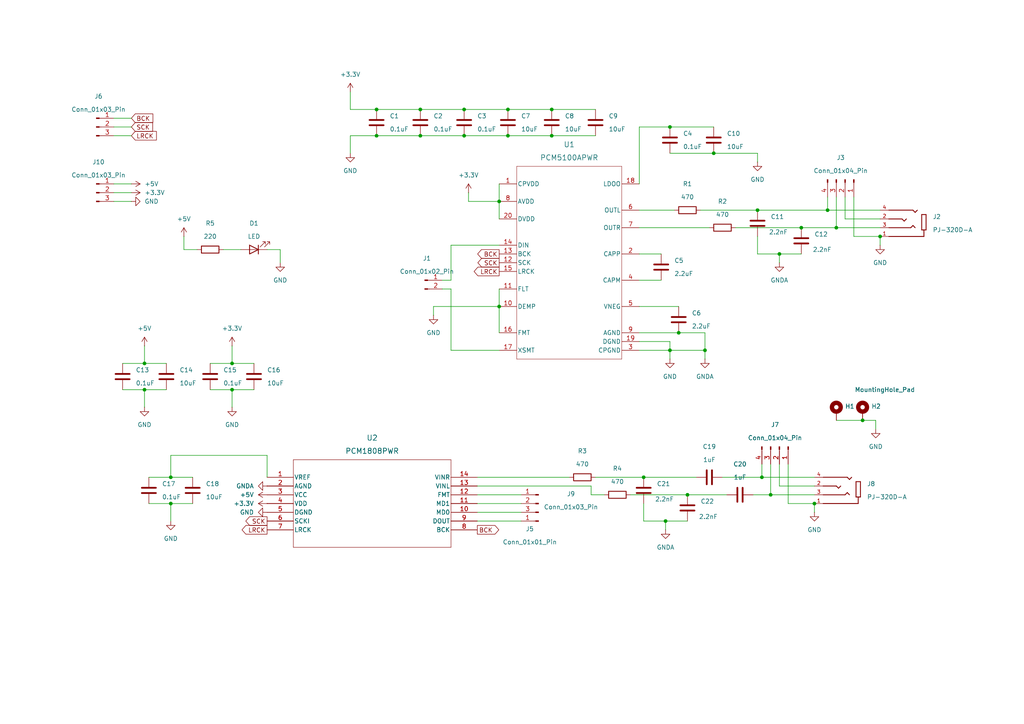
<source format=kicad_sch>
(kicad_sch (version 20231120) (generator "eeschema") (generator_version "8.0")
  (paper "A4")
  (lib_symbols
    (symbol "Connector:Conn_01x01_Pin" (pin_names (offset 1.016) hide)
      (property "Reference" "J" (at 0 2.54 0))
      (property "Value" "Conn_01x01_Pin" (at 0 -2.54 0))
      (symbol "Conn_01x01_Pin_1_1"
        (polyline (pts (xy 1.27 0) (xy 0.8636 0)) (stroke (width 0.1524)))
        (rectangle (start 0.8636 0.127) (end 0 -0.127) (stroke (width 0.1524)) (fill (type outline)))
        (pin passive line (at 5.08 0 180) (length 3.81) (name "Pin_1") (number "1"))
      )
    )
    (symbol "Connector:Conn_01x02_Pin" (pin_names (offset 1.016) hide)
      (property "Reference" "J" (at 0 2.54 0))
      (property "Value" "Conn_01x02_Pin" (at 0 -5.08 0))
      (symbol "Conn_01x02_Pin_1_1"
        (polyline (pts (xy 1.27 -2.54) (xy 0.8636 -2.54)) (stroke (width 0.1524)))
        (polyline (pts (xy 1.27 0) (xy 0.8636 0)) (stroke (width 0.1524)))
        (rectangle (start 0.8636 -2.413) (end 0 -2.667) (stroke (width 0.1524)) (fill (type outline)))
        (rectangle (start 0.8636 0.127) (end 0 -0.127) (stroke (width 0.1524)) (fill (type outline)))
        (pin passive line (at 5.08 0 180) (length 3.81) (name "Pin_1") (number "1"))
        (pin passive line (at 5.08 -2.54 180) (length 3.81) (name "Pin_2") (number "2"))
      )
    )
    (symbol "Connector:Conn_01x03_Pin" (pin_names (offset 1.016) hide)
      (property "Reference" "J" (at 0 5.08 0))
      (property "Value" "Conn_01x03_Pin" (at 0 -5.08 0))
      (symbol "Conn_01x03_Pin_1_1"
        (polyline (pts (xy 1.27 -2.54) (xy 0.8636 -2.54)) (stroke (width 0.1524)))
        (polyline (pts (xy 1.27 0) (xy 0.8636 0)) (stroke (width 0.1524)))
        (polyline (pts (xy 1.27 2.54) (xy 0.8636 2.54)) (stroke (width 0.1524)))
        (rectangle (start 0.8636 -2.413) (end 0 -2.667) (stroke (width 0.1524)) (fill (type outline)))
        (rectangle (start 0.8636 0.127) (end 0 -0.127) (stroke (width 0.1524)) (fill (type outline)))
        (rectangle (start 0.8636 2.667) (end 0 2.413) (stroke (width 0.1524)) (fill (type outline)))
        (pin passive line (at 5.08 2.54 180) (length 3.81) (name "Pin_1") (number "1"))
        (pin passive line (at 5.08 0 180) (length 3.81) (name "Pin_2") (number "2"))
        (pin passive line (at 5.08 -2.54 180) (length 3.81) (name "Pin_3") (number "3"))
      )
    )
    (symbol "Connector:Conn_01x04_Pin" (pin_names (offset 1.016) hide)
      (property "Reference" "J" (at 0 5.08 0))
      (property "Value" "Conn_01x04_Pin" (at 0 -7.62 0))
      (symbol "Conn_01x04_Pin_1_1"
        (polyline (pts (xy 1.27 -5.08) (xy 0.8636 -5.08)) (stroke (width 0.1524)))
        (polyline (pts (xy 1.27 -2.54) (xy 0.8636 -2.54)) (stroke (width 0.1524)))
        (polyline (pts (xy 1.27 0) (xy 0.8636 0)) (stroke (width 0.1524)))
        (polyline (pts (xy 1.27 2.54) (xy 0.8636 2.54)) (stroke (width 0.1524)))
        (rectangle (start 0.8636 -4.953) (end 0 -5.207) (stroke (width 0.1524)) (fill (type outline)))
        (rectangle (start 0.8636 -2.413) (end 0 -2.667) (stroke (width 0.1524)) (fill (type outline)))
        (rectangle (start 0.8636 0.127) (end 0 -0.127) (stroke (width 0.1524)) (fill (type outline)))
        (rectangle (start 0.8636 2.667) (end 0 2.413) (stroke (width 0.1524)) (fill (type outline)))
        (pin passive line (at 5.08 2.54 180) (length 3.81) (name "Pin_1") (number "1"))
        (pin passive line (at 5.08 0 180) (length 3.81) (name "Pin_2") (number "2"))
        (pin passive line (at 5.08 -2.54 180) (length 3.81) (name "Pin_3") (number "3"))
        (pin passive line (at 5.08 -5.08 180) (length 3.81) (name "Pin_4") (number "4"))
      )
    )
    (symbol "Device:C" (pin_numbers hide) (pin_names (offset 0.254))
      (property "Reference" "C" (at 0.635 2.54 0))
      (property "Value" "C" (at 0.635 -2.54 0))
      (symbol "C_0_1"
        (polyline (pts (xy -2.032 -0.762) (xy 2.032 -0.762)) (stroke (width 0.508)))
        (polyline (pts (xy -2.032 0.762) (xy 2.032 0.762)) (stroke (width 0.508)))
      )
      (symbol "C_1_1"
        (pin passive line (at 0 3.81 270) (length 2.794) (name "~") (number "1"))
        (pin passive line (at 0 -3.81 90) (length 2.794) (name "~") (number "2"))
      )
    )
    (symbol "Device:LED" (pin_numbers hide) (pin_names (offset 1.016) hide)
      (property "Reference" "D" (at 0 2.54 0))
      (property "Value" "LED" (at 0 -2.54 0))
      (symbol "LED_0_1"
        (polyline (pts (xy -1.27 -1.27) (xy -1.27 1.27)) (stroke (width 0.254)))
        (polyline (pts (xy -1.27 0) (xy 1.27 0)))
        (polyline (pts (xy 1.27 -1.27) (xy 1.27 1.27) (xy -1.27 0) (xy 1.27 -1.27)) (stroke (width 0.254)))
        (polyline (pts (xy -3.048 -0.762) (xy -4.572 -2.286) (xy -3.81 -2.286) (xy -4.572 -2.286) (xy -4.572 -1.524)))
        (polyline (pts (xy -1.778 -0.762) (xy -3.302 -2.286) (xy -2.54 -2.286) (xy -3.302 -2.286) (xy -3.302 -1.524)))
      )
      (symbol "LED_1_1"
        (pin passive line (at -3.81 0 0) (length 2.54) (name "K") (number "1"))
        (pin passive line (at 3.81 0 180) (length 2.54) (name "A") (number "2"))
      )
    )
    (symbol "Device:R" (pin_numbers hide) (pin_names (offset 0))
      (property "Reference" "R" (at 2.032 0 90))
      (property "Value" "R" (at 0 0 90))
      (symbol "R_0_1"
        (rectangle (start -1.016 -2.54) (end 1.016 2.54) (stroke (width 0.254)))
      )
      (symbol "R_1_1"
        (pin passive line (at 0 3.81 270) (length 1.27) (name "~") (number "1"))
        (pin passive line (at 0 -3.81 90) (length 1.27) (name "~") (number "2"))
      )
    )
    (symbol "Mechanical:MountingHole_Pad" (pin_numbers hide) (pin_names (offset 1.016) hide) (exclude_from_sim yes) (in_bom no)
      (property "Reference" "H" (at 0 6.35 0))
      (property "Value" "MountingHole_Pad" (at 0 4.445 0))
      (symbol "MountingHole_Pad_0_1"
        (circle (center 0 1.27) (radius 1.27) (stroke (width 1.27)))
      )
      (symbol "MountingHole_Pad_1_1"
        (pin input line (at 0 -2.54 90) (length 2.54) (name "1") (number "1"))
      )
    )
    (symbol "PCM1808PWR:PCM1808PWR" (pin_names (offset 0.254))
      (property "Reference" "U" (at 30.48 10.16 0))
      (property "Value" "PCM1808PWR" (at 30.48 7.62 0))
      (symbol "PCM1808PWR_0_1"
        (polyline (pts (xy 7.62 -20.32) (xy 53.34 -20.32)) (stroke (width 0.127)))
        (polyline (pts (xy 7.62 5.08) (xy 7.62 -20.32)) (stroke (width 0.127)))
        (polyline (pts (xy 53.34 -20.32) (xy 53.34 5.08)) (stroke (width 0.127)))
        (polyline (pts (xy 53.34 5.08) (xy 7.62 5.08)) (stroke (width 0.127)))
        (pin power_in line (at 0 0 0) (length 7.62) (name "VREF") (number "1"))
        (pin input line (at 60.96 -10.16 180) (length 7.62) (name "MD0") (number "10"))
        (pin input line (at 60.96 -7.62 180) (length 7.62) (name "MD1") (number "11"))
        (pin input line (at 60.96 -5.08 180) (length 7.62) (name "FMT") (number "12"))
        (pin input line (at 60.96 -2.54 180) (length 7.62) (name "VINL") (number "13"))
        (pin input line (at 60.96 0 180) (length 7.62) (name "VINR") (number "14"))
        (pin power_in line (at 0 -2.54 0) (length 7.62) (name "AGND") (number "2"))
        (pin power_in line (at 0 -5.08 0) (length 7.62) (name "VCC") (number "3"))
        (pin power_in line (at 0 -7.62 0) (length 7.62) (name "VDD") (number "4"))
        (pin power_in line (at 0 -10.16 0) (length 7.62) (name "DGND") (number "5"))
        (pin input line (at 0 -12.7 0) (length 7.62) (name "SCKI") (number "6"))
        (pin bidirectional line (at 0 -15.24 0) (length 7.62) (name "LRCK") (number "7"))
        (pin bidirectional line (at 60.96 -15.24 180) (length 7.62) (name "BCK") (number "8"))
        (pin output line (at 60.96 -12.7 180) (length 7.62) (name "DOUT") (number "9"))
      )
    )
    (symbol "PCM5100APWR:PCM5100APWR" (pin_names (offset 0.254))
      (property "Reference" "U" (at 0 2.54 0))
      (property "Value" "PCM5100APWR" (at 0 0 0))
      (symbol "PCM5100APWR_0_1"
        (polyline (pts (xy -15.24 -27.94) (xy 15.24 -27.94)) (stroke (width 0.1016)))
        (polyline (pts (xy -15.24 27.94) (xy -15.24 -27.94)) (stroke (width 0.1016)))
        (polyline (pts (xy 15.24 -27.94) (xy 15.24 27.94)) (stroke (width 0.1016)))
        (polyline (pts (xy 15.24 27.94) (xy -15.24 27.94)) (stroke (width 0.1016)))
        (pin power_in line (at -20.32 22.86 0) (length 5.08) (name "CPVDD") (number "1"))
        (pin input line (at -20.32 -12.7 0) (length 5.08) (name "DEMP") (number "10"))
        (pin input line (at -20.32 -7.62 0) (length 5.08) (name "FLT") (number "11"))
        (pin input line (at -20.32 0 0) (length 5.08) (name "SCK") (number "12"))
        (pin input line (at -20.32 2.54 0) (length 5.08) (name "BCK") (number "13"))
        (pin input line (at -20.32 5.08 0) (length 5.08) (name "DIN") (number "14"))
        (pin input line (at -20.32 -2.54 0) (length 5.08) (name "LRCK") (number "15"))
        (pin input line (at -20.32 -20.32 0) (length 5.08) (name "FMT") (number "16"))
        (pin input line (at -20.32 -25.4 0) (length 5.08) (name "XSMT") (number "17"))
        (pin power_in line (at 20.32 22.86 180) (length 5.08) (name "LDOO") (number "18"))
        (pin power_in line (at 20.32 -22.86 180) (length 5.08) (name "DGND") (number "19"))
        (pin output line (at 20.32 2.54 180) (length 5.08) (name "CAPP") (number "2"))
        (pin power_in line (at -20.32 12.7 0) (length 5.08) (name "DVDD") (number "20"))
        (pin power_in line (at 20.32 -25.4 180) (length 5.08) (name "CPGND") (number "3"))
        (pin output line (at 20.32 -5.08 180) (length 5.08) (name "CAPM") (number "4"))
        (pin power_in line (at 20.32 -12.7 180) (length 5.08) (name "VNEG") (number "5"))
        (pin output line (at 20.32 15.24 180) (length 5.08) (name "OUTL") (number "6"))
        (pin output line (at 20.32 10.16 180) (length 5.08) (name "OUTR") (number "7"))
        (pin power_in line (at -20.32 17.78 0) (length 5.08) (name "AVDD") (number "8"))
        (pin power_in line (at 20.32 -20.32 180) (length 5.08) (name "AGND") (number "9"))
      )
    )
    (symbol "PJ-320D-A:PJ-320D-A" (pin_names (offset 1.016))
      (property "Reference" "J" (at -5.08 2.54 0))
      (property "Value" "PJ-320D-A" (at -5.08 -10.16 0))
      (symbol "PJ-320D-A_0_0"
        (polyline (pts (xy -5.715 -6.35) (xy -5.715 -1.905)) (stroke (width 0.254)))
        (polyline (pts (xy -5.715 -1.905) (xy -5.08 -1.905)) (stroke (width 0.254)))
        (polyline (pts (xy -5.08 -1.905) (xy -4.445 -1.905)) (stroke (width 0.254)))
        (polyline (pts (xy -5.08 0) (xy -5.08 -1.905)) (stroke (width 0.254)))
        (polyline (pts (xy -4.445 -6.35) (xy -5.715 -6.35)) (stroke (width 0.254)))
        (polyline (pts (xy -4.445 -1.905) (xy -4.445 -6.35)) (stroke (width 0.254)))
        (polyline (pts (xy -2.54 -6.985) (xy -3.175 -7.62)) (stroke (width 0.254)))
        (polyline (pts (xy -1.905 -7.62) (xy -2.54 -6.985)) (stroke (width 0.254)))
        (polyline (pts (xy -1.905 -3.175) (xy -2.54 -2.54)) (stroke (width 0.254)))
        (polyline (pts (xy -1.27 -2.54) (xy -1.905 -3.175)) (stroke (width 0.254)))
        (polyline (pts (xy 0.635 -4.445) (xy 0 -5.08)) (stroke (width 0.254)))
        (polyline (pts (xy 1.27 -5.08) (xy 0.635 -4.445)) (stroke (width 0.254)))
        (polyline (pts (xy 5.08 -7.62) (xy -1.905 -7.62)) (stroke (width 0.254)))
        (polyline (pts (xy 5.08 -5.08) (xy 1.27 -5.08)) (stroke (width 0.254)))
        (polyline (pts (xy 5.08 -2.54) (xy -1.27 -2.54)) (stroke (width 0.254)))
        (polyline (pts (xy 5.08 0) (xy -5.08 0)) (stroke (width 0.254)))
        (pin passive line (at 7.62 0 180) (length 2.54) (name "~") (number "1"))
        (pin passive line (at 7.62 -5.08 180) (length 2.54) (name "~") (number "2"))
        (pin passive line (at 7.62 -2.54 180) (length 2.54) (name "~") (number "3"))
        (pin passive line (at 7.62 -7.62 180) (length 2.54) (name "~") (number "4"))
      )
    )
    (symbol "power:+3.3V" (power) (pin_numbers hide) (pin_names (offset 0) hide)
      (property "Value" "+3.3V" (at 0 3.556 0))
      (symbol "+3.3V_0_1"
        (polyline (pts (xy -0.762 1.27) (xy 0 2.54)))
        (polyline (pts (xy 0 0) (xy 0 2.54)))
        (polyline (pts (xy 0 2.54) (xy 0.762 1.27)))
      )
      (symbol "+3.3V_1_1"
        (pin power_in line (at 0 0 90) (length 0) (name "~") (number "1"))
      )
    )
    (symbol "power:+5V" (power) (pin_numbers hide) (pin_names (offset 0) hide)
      (property "Value" "+5V" (at 0 3.556 0))
      (symbol "+5V_0_1"
        (polyline (pts (xy -0.762 1.27) (xy 0 2.54)))
        (polyline (pts (xy 0 0) (xy 0 2.54)))
        (polyline (pts (xy 0 2.54) (xy 0.762 1.27)))
      )
      (symbol "+5V_1_1"
        (pin power_in line (at 0 0 90) (length 0) (name "~") (number "1"))
      )
    )
    (symbol "power:GND" (power) (pin_numbers hide) (pin_names (offset 0) hide)
      (property "Value" "GND" (at 0 -3.81 0))
      (symbol "GND_0_1"
        (polyline (pts (xy 0 0) (xy 0 -1.27) (xy 1.27 -1.27) (xy 0 -2.54) (xy -1.27 -1.27) (xy 0 -1.27)))
      )
      (symbol "GND_1_1"
        (pin power_in line (at 0 0 270) (length 0) (name "~") (number "1"))
      )
    )
    (symbol "power:GNDA" (power) (pin_numbers hide) (pin_names (offset 0) hide)
      (property "Value" "GNDA" (at 0 -3.81 0))
      (symbol "GNDA_0_1"
        (polyline (pts (xy 0 0) (xy 0 -1.27) (xy 1.27 -1.27) (xy 0 -2.54) (xy -1.27 -1.27) (xy 0 -1.27)))
      )
      (symbol "GNDA_1_1"
        (pin power_in line (at 0 0 270) (length 0) (name "~") (number "1"))
      )
    )
  )
  (junction (at 186.69 138.43))
  (junction (at 240.03 60.96))
  (junction (at 232.41 66.04))
  (junction (at 67.31 105.41))
  (junction (at 121.92 39.37))
  (junction (at 147.32 31.75))
  (junction (at 144.78 88.9))
  (junction (at 67.31 113.03))
  (junction (at 250.19 121.92))
  (junction (at 196.85 96.52))
  (junction (at 223.52 143.51))
  (junction (at 109.22 39.37))
  (junction (at 207.01 44.45))
  (junction (at 220.98 138.43))
  (junction (at 109.22 31.75))
  (junction (at 219.71 60.96))
  (junction (at 204.47 101.6))
  (junction (at 134.62 39.37))
  (junction (at 41.91 113.03))
  (junction (at 255.27 68.58))
  (junction (at 160.02 31.75))
  (junction (at 144.78 58.42))
  (junction (at 160.02 39.37))
  (junction (at 134.62 31.75))
  (junction (at 121.92 31.75))
  (junction (at 194.31 101.6))
  (junction (at 147.32 39.37))
  (junction (at 236.22 146.05))
  (junction (at 226.06 73.66))
  (junction (at 193.04 151.13))
  (junction (at 199.39 143.51))
  (junction (at 242.57 66.04))
  (junction (at 49.53 146.05))
  (junction (at 49.53 138.43))
  (junction (at 41.91 105.41))
  (junction (at 194.31 36.83))
  (wire (pts (xy 204.47 101.6) (xy 204.47 104.14)))
  (wire (pts (xy 247.65 68.58) (xy 255.27 68.58)))
  (wire (pts (xy 67.31 113.03) (xy 67.31 118.11)))
  (wire (pts (xy 138.43 151.13) (xy 151.13 151.13)))
  (wire (pts (xy 242.57 57.15) (xy 242.57 66.04)))
  (wire (pts (xy 250.19 121.92) (xy 254 121.92)))
  (wire (pts (xy 209.55 138.43) (xy 220.98 138.43)))
  (wire (pts (xy 109.22 31.75) (xy 121.92 31.75)))
  (wire (pts (xy 138.43 140.97) (xy 171.45 140.97)))
  (wire (pts (xy 219.71 44.45) (xy 219.71 46.99)))
  (wire (pts (xy 125.73 88.9) (xy 125.73 91.44)))
  (wire (pts (xy 186.69 146.05) (xy 186.69 151.13)))
  (wire (pts (xy 160.02 31.75) (xy 172.72 31.75)))
  (wire (pts (xy 194.31 99.06) (xy 185.42 99.06)))
  (wire (pts (xy 130.81 101.6) (xy 144.78 101.6)))
  (wire (pts (xy 218.44 143.51) (xy 223.52 143.51)))
  (wire (pts (xy 49.53 146.05) (xy 55.88 146.05)))
  (wire (pts (xy 204.47 96.52) (xy 204.47 101.6)))
  (wire (pts (xy 199.39 143.51) (xy 210.82 143.51)))
  (wire (pts (xy 185.42 81.28) (xy 191.77 81.28)))
  (wire (pts (xy 121.92 31.75) (xy 134.62 31.75)))
  (wire (pts (xy 240.03 57.15) (xy 240.03 60.96)))
  (wire (pts (xy 49.53 132.08) (xy 77.47 132.08)))
  (wire (pts (xy 138.43 148.59) (xy 151.13 148.59)))
  (wire (pts (xy 226.06 134.62) (xy 226.06 140.97)))
  (wire (pts (xy 135.89 58.42) (xy 144.78 58.42)))
  (wire (pts (xy 236.22 148.59) (xy 236.22 146.05)))
  (wire (pts (xy 219.71 68.58) (xy 219.71 73.66)))
  (wire (pts (xy 43.18 146.05) (xy 49.53 146.05)))
  (wire (pts (xy 147.32 31.75) (xy 160.02 31.75)))
  (wire (pts (xy 220.98 138.43) (xy 236.22 138.43)))
  (wire (pts (xy 134.62 39.37) (xy 147.32 39.37)))
  (wire (pts (xy 193.04 151.13) (xy 199.39 151.13)))
  (wire (pts (xy 144.78 96.52) (xy 144.78 88.9)))
  (wire (pts (xy 171.45 140.97) (xy 171.45 143.51)))
  (wire (pts (xy 144.78 88.9) (xy 144.78 83.82)))
  (wire (pts (xy 130.81 81.28) (xy 128.27 81.28)))
  (wire (pts (xy 130.81 101.6) (xy 130.81 83.82)))
  (wire (pts (xy 147.32 39.37) (xy 160.02 39.37)))
  (wire (pts (xy 130.81 71.12) (xy 130.81 81.28)))
  (wire (pts (xy 35.56 113.03) (xy 41.91 113.03)))
  (wire (pts (xy 171.45 143.51) (xy 175.26 143.51)))
  (wire (pts (xy 213.36 66.04) (xy 232.41 66.04)))
  (wire (pts (xy 185.42 88.9) (xy 196.85 88.9)))
  (wire (pts (xy 138.43 138.43) (xy 165.1 138.43)))
  (wire (pts (xy 138.43 146.05) (xy 151.13 146.05)))
  (wire (pts (xy 101.6 31.75) (xy 109.22 31.75)))
  (wire (pts (xy 226.06 73.66) (xy 219.71 73.66)))
  (wire (pts (xy 60.96 113.03) (xy 67.31 113.03)))
  (wire (pts (xy 33.02 58.42) (xy 38.1 58.42)))
  (wire (pts (xy 228.6 134.62) (xy 228.6 146.05)))
  (wire (pts (xy 109.22 39.37) (xy 121.92 39.37)))
  (wire (pts (xy 53.34 68.58) (xy 53.34 72.39)))
  (wire (pts (xy 185.42 36.83) (xy 194.31 36.83)))
  (wire (pts (xy 242.57 121.92) (xy 250.19 121.92)))
  (wire (pts (xy 255.27 71.12) (xy 255.27 68.58)))
  (wire (pts (xy 101.6 26.67) (xy 101.6 31.75)))
  (wire (pts (xy 33.02 34.29) (xy 38.1 34.29)))
  (wire (pts (xy 81.28 72.39) (xy 81.28 76.2)))
  (wire (pts (xy 49.53 146.05) (xy 49.53 151.13)))
  (wire (pts (xy 67.31 105.41) (xy 73.66 105.41)))
  (wire (pts (xy 185.42 66.04) (xy 205.74 66.04)))
  (wire (pts (xy 172.72 138.43) (xy 186.69 138.43)))
  (wire (pts (xy 220.98 134.62) (xy 220.98 138.43)))
  (wire (pts (xy 194.31 36.83) (xy 207.01 36.83)))
  (wire (pts (xy 247.65 57.15) (xy 247.65 68.58)))
  (wire (pts (xy 207.01 44.45) (xy 219.71 44.45)))
  (wire (pts (xy 33.02 55.88) (xy 38.1 55.88)))
  (wire (pts (xy 53.34 72.39) (xy 57.15 72.39)))
  (wire (pts (xy 186.69 138.43) (xy 201.93 138.43)))
  (wire (pts (xy 138.43 143.51) (xy 151.13 143.51)))
  (wire (pts (xy 64.77 72.39) (xy 69.85 72.39)))
  (wire (pts (xy 41.91 113.03) (xy 41.91 118.11)))
  (wire (pts (xy 41.91 100.33) (xy 41.91 105.41)))
  (wire (pts (xy 35.56 105.41) (xy 41.91 105.41)))
  (wire (pts (xy 193.04 151.13) (xy 193.04 153.67)))
  (wire (pts (xy 185.42 73.66) (xy 191.77 73.66)))
  (wire (pts (xy 49.53 138.43) (xy 55.88 138.43)))
  (wire (pts (xy 194.31 44.45) (xy 207.01 44.45)))
  (wire (pts (xy 232.41 66.04) (xy 242.57 66.04)))
  (wire (pts (xy 125.73 88.9) (xy 144.78 88.9)))
  (wire (pts (xy 185.42 53.34) (xy 185.42 36.83)))
  (wire (pts (xy 223.52 134.62) (xy 223.52 143.51)))
  (wire (pts (xy 41.91 113.03) (xy 48.26 113.03)))
  (wire (pts (xy 245.11 57.15) (xy 245.11 63.5)))
  (wire (pts (xy 194.31 101.6) (xy 194.31 104.14)))
  (wire (pts (xy 135.89 55.88) (xy 135.89 58.42)))
  (wire (pts (xy 226.06 73.66) (xy 232.41 73.66)))
  (wire (pts (xy 194.31 101.6) (xy 204.47 101.6)))
  (wire (pts (xy 144.78 58.42) (xy 144.78 63.5)))
  (wire (pts (xy 121.92 39.37) (xy 134.62 39.37)))
  (wire (pts (xy 226.06 140.97) (xy 236.22 140.97)))
  (wire (pts (xy 144.78 53.34) (xy 144.78 58.42)))
  (wire (pts (xy 33.02 53.34) (xy 38.1 53.34)))
  (wire (pts (xy 182.88 143.51) (xy 199.39 143.51)))
  (wire (pts (xy 77.47 72.39) (xy 81.28 72.39)))
  (wire (pts (xy 223.52 143.51) (xy 236.22 143.51)))
  (wire (pts (xy 219.71 60.96) (xy 240.03 60.96)))
  (wire (pts (xy 134.62 31.75) (xy 147.32 31.75)))
  (wire (pts (xy 67.31 100.33) (xy 67.31 105.41)))
  (wire (pts (xy 228.6 146.05) (xy 236.22 146.05)))
  (wire (pts (xy 186.69 151.13) (xy 193.04 151.13)))
  (wire (pts (xy 49.53 132.08) (xy 49.53 138.43)))
  (wire (pts (xy 41.91 105.41) (xy 48.26 105.41)))
  (wire (pts (xy 67.31 113.03) (xy 73.66 113.03)))
  (wire (pts (xy 245.11 63.5) (xy 255.27 63.5)))
  (wire (pts (xy 242.57 66.04) (xy 255.27 66.04)))
  (wire (pts (xy 101.6 39.37) (xy 109.22 39.37)))
  (wire (pts (xy 160.02 39.37) (xy 172.72 39.37)))
  (wire (pts (xy 185.42 60.96) (xy 195.58 60.96)))
  (wire (pts (xy 130.81 83.82) (xy 128.27 83.82)))
  (wire (pts (xy 60.96 105.41) (xy 67.31 105.41)))
  (wire (pts (xy 240.03 60.96) (xy 255.27 60.96)))
  (wire (pts (xy 254 121.92) (xy 254 124.46)))
  (wire (pts (xy 77.47 132.08) (xy 77.47 138.43)))
  (wire (pts (xy 203.2 60.96) (xy 219.71 60.96)))
  (wire (pts (xy 185.42 101.6) (xy 194.31 101.6)))
  (wire (pts (xy 226.06 73.66) (xy 226.06 76.2)))
  (wire (pts (xy 130.81 71.12) (xy 144.78 71.12)))
  (wire (pts (xy 194.31 99.06) (xy 194.31 101.6)))
  (wire (pts (xy 196.85 96.52) (xy 204.47 96.52)))
  (wire (pts (xy 33.02 36.83) (xy 38.1 36.83)))
  (wire (pts (xy 33.02 39.37) (xy 38.1 39.37)))
  (wire (pts (xy 43.18 138.43) (xy 49.53 138.43)))
  (wire (pts (xy 101.6 39.37) (xy 101.6 44.45)))
  (wire (pts (xy 185.42 96.52) (xy 196.85 96.52)))
  (global_label "LRCK" (shape input) (at 38.1 39.37 0) (property "Intersheetrefs" "${INTERSHEET_REFS}" (effects (hide yes))))
  (global_label "LRCK" (shape output) (at 77.47 153.67 180) (property "Intersheetrefs" "${INTERSHEET_REFS}" (effects (hide yes))))
  (global_label "SCK" (shape input) (at 38.1 36.83 0) (property "Intersheetrefs" "${INTERSHEET_REFS}" (effects (hide yes))))
  (global_label "BCK" (shape output) (at 144.78 73.66 180) (property "Intersheetrefs" "${INTERSHEET_REFS}" (effects (hide yes))))
  (global_label "LRCK" (shape output) (at 144.78 78.74 180) (property "Intersheetrefs" "${INTERSHEET_REFS}" (effects (hide yes))))
  (global_label "SCK" (shape output) (at 77.47 151.13 180) (property "Intersheetrefs" "${INTERSHEET_REFS}" (effects (hide yes))))
  (global_label "SCK" (shape output) (at 144.78 76.2 180) (property "Intersheetrefs" "${INTERSHEET_REFS}" (effects (hide yes))))
  (global_label "BCK" (shape output) (at 138.43 153.67 0) (property "Intersheetrefs" "${INTERSHEET_REFS}" (effects (hide yes))))
  (global_label "BCK" (shape input) (at 38.1 34.29 0) (property "Intersheetrefs" "${INTERSHEET_REFS}" (effects (hide yes))))
  (symbol (lib_id "Mechanical:MountingHole_Pad") (at 250.19 119.38 0) (unit 1) (exclude_from_sim yes) (in_bom no)
    (property "Reference" "H2" (at 252.73 117.856 0) (effects (justify left)))
    (property "Value" "MountingHole_Pad" (effects (hide yes)))
    (property "Footprint" "MountingHole:MountingHole_4.3mm_M4_Pad_Via" (effects (hide yes)))
    (property "Description" "Mounting Hole with connection" (effects (hide yes)))
  )
  (symbol (lib_id "power:GNDA") (at 77.47 140.97 270) (unit 1)
    (property "Reference" "#PWR12" (effects (hide yes)))
    (property "Value" "GNDA" (at 73.66 140.97 90) (effects (justify right)))
    (property "Description" "Power symbol creates a global label with name \"GNDA\" , analog ground" (effects (hide yes)))
  )
  (symbol (lib_id "power:GND") (at 236.22 148.59 0) (unit 1)
    (property "Reference" "#PWR21" (effects (hide yes)))
    (property "Value" "GND" (at 236.22 153.67 0))
    (property "Description" "Power symbol creates a global label with name \"GND\" , ground" (effects (hide yes)))
  )
  (symbol (lib_id "power:GNDA") (at 204.47 104.14 0) (unit 1)
    (property "Reference" "#PWR6" (effects (hide yes)))
    (property "Value" "GNDA" (at 204.47 109.22 0))
    (property "Description" "Power symbol creates a global label with name \"GNDA\" , analog ground" (effects (hide yes)))
  )
  (symbol (lib_id "Device:R") (at 60.96 72.39 90) (unit 1)
    (property "Reference" "R5" (at 60.96 64.77 90))
    (property "Value" "220" (at 60.96 68.58 90))
    (property "Footprint" "Resistor_SMD:R_0402_1005Metric_Pad0.72x0.64mm_HandSolder" (effects (hide yes)))
    (property "Description" "Resistor" (effects (hide yes)))
    (property "LCSC Part #" "C25091" (effects (hide yes)))
  )
  (symbol (lib_id "power:+5V") (at 38.1 53.34 270) (unit 1)
    (property "Reference" "#PWR22" (effects (hide yes)))
    (property "Value" "+5V" (at 41.91 53.34 90) (effects (justify left)))
    (property "Description" "Power symbol creates a global label with name \"+5V\"" (effects (hide yes)))
  )
  (symbol (lib_id "PJ-320D-A:PJ-320D-A") (at 243.84 146.05 180) (unit 1)
    (property "Reference" "J8" (at 251.46 140.335 0) (effects (justify right)))
    (property "Value" "PJ-320D-A" (at 251.46 144.145 0) (effects (justify right)))
    (property "Footprint" "PJ-320D-A:HRO_PJ-320D-A" (effects (hide yes)))
    (property "MF" "HRO Electronics Co., Ltd." (effects (hide yes)))
    (property "MAXIMUM_PACKAGE_HEIGHT" "5 mm" (effects (hide yes)))
    (property "Package" "Package" (effects (hide yes)))
    (property "Price" "None" (effects (hide yes)))
    (property "Check_prices" "https://www.snapeda.com/parts/PJ-320D-A/HRO+Electronics+Co.%252C+Ltd./view-part/?ref=eda" (effects (hide yes)))
    (property "STANDARD" "Manufacturer Recommendations" (effects (hide yes)))
    (property "PARTREV" "B" (effects (hide yes)))
    (property "SnapEDA_Link" "https://www.snapeda.com/parts/PJ-320D-A/HRO+Electronics+Co.%252C+Ltd./view-part/?ref=snap" (effects (hide yes)))
    (property "MP" "PJ-320D-A" (effects (hide yes)))
    (property "Description_1" "\n                        \n                            Headphone jack 0.5A 30V DC 100 mΩ\n                        \n" (effects (hide yes)))
    (property "Availability" "Not in stock" (effects (hide yes)))
    (property "MANUFACTURER" "HRO Electronics Co, Ltd" (effects (hide yes)))
  )
  (symbol (lib_id "Device:C") (at 194.31 40.64 0) (unit 1)
    (property "Reference" "C4" (at 198.12 38.735 0) (effects (justify left)))
    (property "Value" "0.1uF" (at 198.12 42.545 0) (effects (justify left)))
    (property "Footprint" "Capacitor_SMD:C_0402_1005Metric_Pad0.74x0.62mm_HandSolder" (effects (hide yes)))
    (property "Description" "Unpolarized capacitor" (effects (hide yes)))
    (property "LCSC Part #" "C1525" (effects (hide yes)))
  )
  (symbol (lib_id "Connector:Conn_01x02_Pin") (at 123.19 81.28 0) (unit 1)
    (property "Reference" "J1" (at 123.825 74.93 0))
    (property "Value" "Conn_01x02_Pin" (at 123.825 78.74 0))
    (property "Footprint" "Connector_PinHeader_2.54mm:PinHeader_1x02_P2.54mm_Vertical" (effects (hide yes)))
    (property "Description" "Generic connector, single row, 01x02, script generated" (effects (hide yes)))
  )
  (symbol (lib_id "Device:C") (at 232.41 69.85 0) (unit 1)
    (property "Reference" "C12" (at 236.22 67.945 0) (effects (justify left)))
    (property "Value" "2.2nF" (at 235.712 72.39 0) (effects (justify left)))
    (property "Footprint" "Capacitor_SMD:C_0805_2012Metric_Pad1.18x1.45mm_HandSolder" (effects (hide yes)))
    (property "Description" "Unpolarized capacitor" (effects (hide yes)))
    (property "LCSC Part #" "C28260" (effects (hide yes)))
  )
  (symbol (lib_id "power:GNDA") (at 193.04 153.67 0) (unit 1)
    (property "Reference" "#PWR20" (effects (hide yes)))
    (property "Value" "GNDA" (at 193.04 158.75 0))
    (property "Description" "Power symbol creates a global label with name \"GNDA\" , analog ground" (effects (hide yes)))
  )
  (symbol (lib_id "Connector:Conn_01x04_Pin") (at 226.06 129.54 270) (unit 1)
    (property "Reference" "J7" (at 224.79 123.19 90))
    (property "Value" "Conn_01x04_Pin" (at 224.79 127 90))
    (property "Footprint" "Connector_PinHeader_2.54mm:PinHeader_1x04_P2.54mm_Vertical" (effects (hide yes)))
    (property "Description" "Generic connector, single row, 01x04, script generated" (effects (hide yes)))
  )
  (symbol (lib_id "Connector:Conn_01x04_Pin") (at 245.11 52.07 270) (unit 1)
    (property "Reference" "J3" (at 243.84 45.72 90))
    (property "Value" "Conn_01x04_Pin" (at 243.84 49.53 90))
    (property "Footprint" "Connector_PinHeader_2.54mm:PinHeader_1x04_P2.54mm_Vertical" (effects (hide yes)))
    (property "Description" "Generic connector, single row, 01x04, script generated" (effects (hide yes)))
  )
  (symbol (lib_id "power:GND") (at 77.47 148.59 270) (unit 1)
    (property "Reference" "#PWR11" (effects (hide yes)))
    (property "Value" "GND" (at 73.66 148.59 90) (effects (justify right)))
    (property "Description" "Power symbol creates a global label with name \"GND\" , ground" (effects (hide yes)))
  )
  (symbol (lib_id "Device:C") (at 172.72 35.56 0) (unit 1)
    (property "Reference" "C9" (at 176.53 33.655 0) (effects (justify left)))
    (property "Value" "10uF" (at 176.53 37.465 0) (effects (justify left)))
    (property "Footprint" "Capacitor_SMD:C_0402_1005Metric_Pad0.74x0.62mm_HandSolder" (effects (hide yes)))
    (property "Description" "Unpolarized capacitor" (effects (hide yes)))
    (property "LCSC Part #" "C15525" (effects (hide yes)))
  )
  (symbol (lib_id "Connector:Conn_01x03_Pin") (at 156.21 146.05 0) (mirror y) (unit 1)
    (property "Reference" "J9" (at 165.608 143.256 0))
    (property "Value" "Conn_01x03_Pin" (at 165.608 147.066 0))
    (property "Footprint" "Connector_PinHeader_2.54mm:PinHeader_1x03_P2.54mm_Vertical" (effects (hide yes)))
    (property "Description" "Generic connector, single row, 01x03, script generated" (effects (hide yes)))
  )
  (symbol (lib_id "Device:R") (at 179.07 143.51 90) (unit 1)
    (property "Reference" "R4" (at 179.07 135.89 90))
    (property "Value" "470" (at 179.07 139.7 90))
    (property "Footprint" "Resistor_SMD:R_0402_1005Metric_Pad0.72x0.64mm_HandSolder" (effects (hide yes)))
    (property "Description" "Resistor" (effects (hide yes)))
    (property "LCSC Part #" "C25117" (effects (hide yes)))
  )
  (symbol (lib_id "power:GNDA") (at 226.06 76.2 0) (unit 1)
    (property "Reference" "#PWR7" (effects (hide yes)))
    (property "Value" "GNDA" (at 226.06 81.28 0))
    (property "Description" "Power symbol creates a global label with name \"GNDA\" , analog ground" (effects (hide yes)))
  )
  (symbol (lib_id "Device:C") (at 191.77 77.47 0) (unit 1)
    (property "Reference" "C5" (at 195.58 75.565 0) (effects (justify left)))
    (property "Value" "2.2uF" (at 195.58 79.375 0) (effects (justify left)))
    (property "Footprint" "Capacitor_SMD:C_0603_1608Metric_Pad1.08x0.95mm_HandSolder" (effects (hide yes)))
    (property "Description" "Unpolarized capacitor" (effects (hide yes)))
    (property "LCSC Part #" "C23630" (effects (hide yes)))
  )
  (symbol (lib_id "Device:R") (at 168.91 138.43 90) (unit 1)
    (property "Reference" "R3" (at 168.91 130.81 90))
    (property "Value" "470" (at 168.91 134.62 90))
    (property "Footprint" "Resistor_SMD:R_0402_1005Metric_Pad0.72x0.64mm_HandSolder" (effects (hide yes)))
    (property "Description" "Resistor" (effects (hide yes)))
    (property "LCSC Part #" "C25117" (effects (hide yes)))
  )
  (symbol (lib_id "Mechanical:MountingHole_Pad") (at 242.57 119.38 0) (unit 1) (exclude_from_sim yes) (in_bom no)
    (property "Reference" "H1" (at 245.11 117.856 0) (effects (justify left)))
    (property "Value" "MountingHole_Pad" (at 247.904 113.03 0) (effects (justify left)))
    (property "Footprint" "MountingHole:MountingHole_4.3mm_M4_Pad_Via" (effects (hide yes)))
    (property "Description" "Mounting Hole with connection" (effects (hide yes)))
  )
  (symbol (lib_id "Device:C") (at 214.63 143.51 90) (unit 1)
    (property "Reference" "C20" (at 214.63 134.62 90))
    (property "Value" "1uF" (at 214.63 138.43 90))
    (property "Footprint" "Capacitor_SMD:C_0805_2012Metric_Pad1.18x1.45mm_HandSolder" (effects (hide yes)))
    (property "Description" "Unpolarized capacitor" (effects (hide yes)))
    (property "LCSC Part #" "C28323" (effects (hide yes)))
  )
  (symbol (lib_id "power:+5V") (at 41.91 100.33 0) (unit 1)
    (property "Reference" "#PWR15" (effects (hide yes)))
    (property "Value" "+5V" (at 41.91 95.25 0))
    (property "Description" "Power symbol creates a global label with name \"+5V\"" (effects (hide yes)))
  )
  (symbol (lib_id "Device:LED") (at 73.66 72.39 180) (unit 1)
    (property "Reference" "D1" (at 73.66 64.77 0))
    (property "Value" "LED" (at 73.66 68.58 0))
    (property "Footprint" "LED_SMD:LED_0805_2012Metric_Pad1.15x1.40mm_HandSolder" (effects (hide yes)))
    (property "Description" "Light emitting diode" (effects (hide yes)))
    (property "LCSC Part #" "C2297" (effects (hide yes)))
  )
  (symbol (lib_id "power:GND") (at 125.73 91.44 0) (unit 1)
    (property "Reference" "#PWR8" (effects (hide yes)))
    (property "Value" "GND" (at 125.73 96.52 0))
    (property "Description" "Power symbol creates a global label with name \"GND\" , ground" (effects (hide yes)))
  )
  (symbol (lib_id "power:+3.3V") (at 38.1 55.88 270) (unit 1)
    (property "Reference" "#PWR23" (effects (hide yes)))
    (property "Value" "+3.3V" (at 41.91 55.88 90) (effects (justify left)))
    (property "Description" "Power symbol creates a global label with name \"+3.3V\"" (effects (hide yes)))
  )
  (symbol (lib_id "Device:C") (at 55.88 142.24 0) (unit 1)
    (property "Reference" "C18" (at 59.69 140.335 0) (effects (justify left)))
    (property "Value" "10uF" (at 59.69 144.145 0) (effects (justify left)))
    (property "Footprint" "Capacitor_SMD:C_0603_1608Metric_Pad1.08x0.95mm_HandSolder" (effects (hide yes)))
    (property "Description" "Unpolarized capacitor" (effects (hide yes)))
    (property "LCSC Part #" "C19702" (effects (hide yes)))
  )
  (symbol (lib_id "Connector:Conn_01x01_Pin") (at 156.21 151.13 0) (mirror y) (unit 1)
    (property "Reference" "J5" (at 153.67 153.416 0))
    (property "Value" "Conn_01x01_Pin" (at 153.67 157.226 0))
    (property "Footprint" "Connector_PinHeader_2.54mm:PinHeader_1x01_P2.54mm_Vertical" (effects (hide yes)))
    (property "Description" "Generic connector, single row, 01x01, script generated" (effects (hide yes)))
  )
  (symbol (lib_id "power:GND") (at 254 124.46 0) (unit 1)
    (property "Reference" "#PWR10" (effects (hide yes)))
    (property "Value" "GND" (at 254 129.54 0))
    (property "Description" "Power symbol creates a global label with name \"GND\" , ground" (effects (hide yes)))
  )
  (symbol (lib_id "Device:C") (at 48.26 109.22 0) (unit 1)
    (property "Reference" "C14" (at 52.07 107.315 0) (effects (justify left)))
    (property "Value" "10uF" (at 52.07 111.125 0) (effects (justify left)))
    (property "Footprint" "Capacitor_SMD:C_0603_1608Metric_Pad1.08x0.95mm_HandSolder" (effects (hide yes)))
    (property "Description" "Unpolarized capacitor" (effects (hide yes)))
    (property "LCSC Part #" "C19702" (effects (hide yes)))
  )
  (symbol (lib_id "power:GND") (at 41.91 118.11 0) (unit 1)
    (property "Reference" "#PWR16" (effects (hide yes)))
    (property "Value" "GND" (at 41.91 123.19 0))
    (property "Description" "Power symbol creates a global label with name \"GND\" , ground" (effects (hide yes)))
  )
  (symbol (lib_id "power:GND") (at 38.1 58.42 90) (unit 1)
    (property "Reference" "#PWR24" (effects (hide yes)))
    (property "Value" "GND" (at 41.91 58.42 90) (effects (justify right)))
    (property "Description" "Power symbol creates a global label with name \"GND\" , ground" (effects (hide yes)))
  )
  (symbol (lib_id "power:GND") (at 219.71 46.99 0) (unit 1)
    (property "Reference" "#PWR9" (effects (hide yes)))
    (property "Value" "GND" (at 219.71 52.07 0))
    (property "Description" "Power symbol creates a global label with name \"GND\" , ground" (effects (hide yes)))
  )
  (symbol (lib_id "PCM5100APWR:PCM5100APWR") (at 165.1 76.2 0) (unit 1)
    (property "Reference" "U1" (at 165.1 41.91 0) (effects (font (size 1.524 1.524))))
    (property "Value" "PCM5100APWR" (at 165.1 45.72 0) (effects (font (size 1.524 1.524))))
    (property "Footprint" "PCM5100APWR:PW0020A" (effects (hide yes)))
    (property "Datasheet" "PCM5100APWR" (effects (hide yes)))
  )
  (symbol (lib_id "Device:R") (at 209.55 66.04 90) (unit 1)
    (property "Reference" "R2" (at 209.55 58.42 90))
    (property "Value" "470" (at 209.55 62.23 90))
    (property "Footprint" "Resistor_SMD:R_0402_1005Metric_Pad0.72x0.64mm_HandSolder" (effects (hide yes)))
    (property "Description" "Resistor" (effects (hide yes)))
    (property "LCSC Part #" "C25117" (effects (hide yes)))
  )
  (symbol (lib_id "Device:C") (at 205.74 138.43 90) (unit 1)
    (property "Reference" "C19" (at 205.74 129.54 90))
    (property "Value" "1uF" (at 205.74 133.35 90))
    (property "Footprint" "Capacitor_SMD:C_0805_2012Metric_Pad1.18x1.45mm_HandSolder" (effects (hide yes)))
    (property "Description" "Unpolarized capacitor" (effects (hide yes)))
    (property "LCSC Part #" "C28323" (effects (hide yes)))
  )
  (symbol (lib_id "Device:C") (at 147.32 35.56 0) (unit 1)
    (property "Reference" "C7" (at 151.13 33.655 0) (effects (justify left)))
    (property "Value" "10uF" (at 151.13 37.465 0) (effects (justify left)))
    (property "Footprint" "Capacitor_SMD:C_0402_1005Metric_Pad0.74x0.62mm_HandSolder" (effects (hide yes)))
    (property "Description" "Unpolarized capacitor" (effects (hide yes)))
    (property "LCSC Part #" "C15525" (effects (hide yes)))
  )
  (symbol (lib_id "power:+3.3V") (at 67.31 100.33 0) (unit 1)
    (property "Reference" "#PWR17" (effects (hide yes)))
    (property "Value" "+3.3V" (at 67.31 95.25 0))
    (property "Description" "Power symbol creates a global label with name \"+3.3V\"" (effects (hide yes)))
  )
  (symbol (lib_id "Device:C") (at 199.39 147.32 0) (unit 1)
    (property "Reference" "C22" (at 203.2 145.415 0) (effects (justify left)))
    (property "Value" "2.2nF" (at 202.692 149.86 0) (effects (justify left)))
    (property "Footprint" "Capacitor_SMD:C_0805_2012Metric_Pad1.18x1.45mm_HandSolder" (effects (hide yes)))
    (property "Description" "Unpolarized capacitor" (effects (hide yes)))
    (property "LCSC Part #" "C28260" (effects (hide yes)))
  )
  (symbol (lib_id "Device:C") (at 35.56 109.22 0) (unit 1)
    (property "Reference" "C13" (at 39.37 107.315 0) (effects (justify left)))
    (property "Value" "0.1uF" (at 39.37 111.125 0) (effects (justify left)))
    (property "Footprint" "Capacitor_SMD:C_0402_1005Metric_Pad0.74x0.62mm_HandSolder" (effects (hide yes)))
    (property "Description" "Unpolarized capacitor" (effects (hide yes)))
    (property "LCSC Part #" "C1525" (effects (hide yes)))
  )
  (symbol (lib_id "Device:C") (at 109.22 35.56 0) (unit 1)
    (property "Reference" "C1" (at 113.03 33.655 0) (effects (justify left)))
    (property "Value" "0.1uF" (at 113.03 37.465 0) (effects (justify left)))
    (property "Footprint" "Capacitor_SMD:C_0402_1005Metric_Pad0.74x0.62mm_HandSolder" (effects (hide yes)))
    (property "Description" "Unpolarized capacitor" (effects (hide yes)))
    (property "LCSC Part #" "C1525" (effects (hide yes)))
  )
  (symbol (lib_id "Device:C") (at 219.71 64.77 0) (unit 1)
    (property "Reference" "C11" (at 223.52 62.865 0) (effects (justify left)))
    (property "Value" "2.2nF" (at 223.012 67.31 0) (effects (justify left)))
    (property "Footprint" "Capacitor_SMD:C_0805_2012Metric_Pad1.18x1.45mm_HandSolder" (effects (hide yes)))
    (property "Description" "Unpolarized capacitor" (effects (hide yes)))
    (property "LCSC Part #" "C28260" (effects (hide yes)))
  )
  (symbol (lib_id "power:GND") (at 49.53 151.13 0) (unit 1)
    (property "Reference" "#PWR19" (effects (hide yes)))
    (property "Value" "GND" (at 49.53 156.21 0))
    (property "Description" "Power symbol creates a global label with name \"GND\" , ground" (effects (hide yes)))
  )
  (symbol (lib_id "Device:R") (at 199.39 60.96 90) (unit 1)
    (property "Reference" "R1" (at 199.39 53.34 90))
    (property "Value" "470" (at 199.39 57.15 90))
    (property "Footprint" "Resistor_SMD:R_0402_1005Metric_Pad0.72x0.64mm_HandSolder" (effects (hide yes)))
    (property "Description" "Resistor" (effects (hide yes)))
    (property "LCSC Part #" "C25117" (effects (hide yes)))
  )
  (symbol (lib_id "power:+3.3V") (at 77.47 146.05 90) (unit 1)
    (property "Reference" "#PWR14" (effects (hide yes)))
    (property "Value" "+3.3V" (at 73.66 146.05 90) (effects (justify left)))
    (property "Description" "Power symbol creates a global label with name \"+3.3V\"" (effects (hide yes)))
  )
  (symbol (lib_id "power:GND") (at 194.31 104.14 0) (unit 1)
    (property "Reference" "#PWR1" (effects (hide yes)))
    (property "Value" "GND" (at 194.31 109.22 0))
    (property "Description" "Power symbol creates a global label with name \"GND\" , ground" (effects (hide yes)))
  )
  (symbol (lib_id "Device:C") (at 73.66 109.22 0) (unit 1)
    (property "Reference" "C16" (at 77.47 107.315 0) (effects (justify left)))
    (property "Value" "10uF" (at 77.47 111.125 0) (effects (justify left)))
    (property "Footprint" "Capacitor_SMD:C_0402_1005Metric_Pad0.74x0.62mm_HandSolder" (effects (hide yes)))
    (property "Description" "Unpolarized capacitor" (effects (hide yes)))
    (property "LCSC Part #" "C15525" (effects (hide yes)))
  )
  (symbol (lib_id "power:+5V") (at 77.47 143.51 90) (unit 1)
    (property "Reference" "#PWR13" (effects (hide yes)))
    (property "Value" "+5V" (at 73.66 143.51 90) (effects (justify left)))
    (property "Description" "Power symbol creates a global label with name \"+5V\"" (effects (hide yes)))
  )
  (symbol (lib_id "Device:C") (at 207.01 40.64 0) (unit 1)
    (property "Reference" "C10" (at 210.82 38.735 0) (effects (justify left)))
    (property "Value" "10uF" (at 210.82 42.545 0) (effects (justify left)))
    (property "Footprint" "Capacitor_SMD:C_0402_1005Metric_Pad0.74x0.62mm_HandSolder" (effects (hide yes)))
    (property "Description" "Unpolarized capacitor" (effects (hide yes)))
    (property "LCSC Part #" "C15525" (effects (hide yes)))
  )
  (symbol (lib_id "power:+3.3V") (at 135.89 55.88 0) (unit 1)
    (property "Reference" "#PWR5" (effects (hide yes)))
    (property "Value" "+3.3V" (at 135.89 50.8 0))
    (property "Description" "Power symbol creates a global label with name \"+3.3V\"" (effects (hide yes)))
  )
  (symbol (lib_id "power:GND") (at 67.31 118.11 0) (unit 1)
    (property "Reference" "#PWR18" (effects (hide yes)))
    (property "Value" "GND" (at 67.31 123.19 0))
    (property "Description" "Power symbol creates a global label with name \"GND\" , ground" (effects (hide yes)))
  )
  (symbol (lib_id "power:GND") (at 255.27 71.12 0) (unit 1)
    (property "Reference" "#PWR2" (effects (hide yes)))
    (property "Value" "GND" (at 255.27 76.2 0))
    (property "Description" "Power symbol creates a global label with name \"GND\" , ground" (effects (hide yes)))
  )
  (symbol (lib_id "Device:C") (at 43.18 142.24 0) (unit 1)
    (property "Reference" "C17" (at 46.99 140.335 0) (effects (justify left)))
    (property "Value" "0.1uF" (at 46.99 144.145 0) (effects (justify left)))
    (property "Footprint" "Capacitor_SMD:C_0402_1005Metric_Pad0.74x0.62mm_HandSolder" (effects (hide yes)))
    (property "Description" "Unpolarized capacitor" (effects (hide yes)))
    (property "LCSC Part #" "C1525" (effects (hide yes)))
  )
  (symbol (lib_id "Device:C") (at 186.69 142.24 0) (unit 1)
    (property "Reference" "C21" (at 190.5 140.335 0) (effects (justify left)))
    (property "Value" "2.2nF" (at 189.992 144.78 0) (effects (justify left)))
    (property "Footprint" "Capacitor_SMD:C_0805_2012Metric_Pad1.18x1.45mm_HandSolder" (effects (hide yes)))
    (property "Description" "Unpolarized capacitor" (effects (hide yes)))
    (property "LCSC Part #" "C28260" (effects (hide yes)))
  )
  (symbol (lib_id "power:+3.3V") (at 101.6 26.67 0) (unit 1)
    (property "Reference" "#PWR4" (effects (hide yes)))
    (property "Value" "+3.3V" (at 101.6 21.59 0))
    (property "Description" "Power symbol creates a global label with name \"+3.3V\"" (effects (hide yes)))
  )
  (symbol (lib_id "Device:C") (at 134.62 35.56 0) (unit 1)
    (property "Reference" "C3" (at 138.43 33.655 0) (effects (justify left)))
    (property "Value" "0.1uF" (at 138.43 37.465 0) (effects (justify left)))
    (property "Footprint" "Capacitor_SMD:C_0402_1005Metric_Pad0.74x0.62mm_HandSolder" (effects (hide yes)))
    (property "Description" "Unpolarized capacitor" (effects (hide yes)))
    (property "LCSC Part #" "C1525" (effects (hide yes)))
  )
  (symbol (lib_id "Device:C") (at 60.96 109.22 0) (unit 1)
    (property "Reference" "C15" (at 64.77 107.315 0) (effects (justify left)))
    (property "Value" "0.1uF" (at 64.77 111.125 0) (effects (justify left)))
    (property "Footprint" "Capacitor_SMD:C_0402_1005Metric_Pad0.74x0.62mm_HandSolder" (effects (hide yes)))
    (property "Description" "Unpolarized capacitor" (effects (hide yes)))
    (property "LCSC Part #" "C1525" (effects (hide yes)))
  )
  (symbol (lib_id "Connector:Conn_01x03_Pin") (at 27.94 55.88 0) (unit 1)
    (property "Reference" "J10" (at 28.575 46.99 0))
    (property "Value" "Conn_01x03_Pin" (at 28.575 50.8 0))
    (property "Footprint" "Connector_PinHeader_2.54mm:PinHeader_1x03_P2.54mm_Vertical" (effects (hide yes)))
    (property "Description" "Generic connector, single row, 01x03, script generated" (effects (hide yes)))
  )
  (symbol (lib_id "PJ-320D-A:PJ-320D-A") (at 262.89 68.58 180) (unit 1)
    (property "Reference" "J2" (at 270.51 62.865 0) (effects (justify right)))
    (property "Value" "PJ-320D-A" (at 270.51 66.675 0) (effects (justify right)))
    (property "Footprint" "PJ-320D-A:HRO_PJ-320D-A" (effects (hide yes)))
    (property "MF" "HRO Electronics Co., Ltd." (effects (hide yes)))
    (property "MAXIMUM_PACKAGE_HEIGHT" "5 mm" (effects (hide yes)))
    (property "Package" "Package" (effects (hide yes)))
    (property "Price" "None" (effects (hide yes)))
    (property "Check_prices" "https://www.snapeda.com/parts/PJ-320D-A/HRO+Electronics+Co.%252C+Ltd./view-part/?ref=eda" (effects (hide yes)))
    (property "STANDARD" "Manufacturer Recommendations" (effects (hide yes)))
    (property "PARTREV" "B" (effects (hide yes)))
    (property "SnapEDA_Link" "https://www.snapeda.com/parts/PJ-320D-A/HRO+Electronics+Co.%252C+Ltd./view-part/?ref=snap" (effects (hide yes)))
    (property "MP" "PJ-320D-A" (effects (hide yes)))
    (property "Description_1" "\n                        \n                            Headphone jack 0.5A 30V DC 100 mΩ\n                        \n" (effects (hide yes)))
    (property "Availability" "Not in stock" (effects (hide yes)))
    (property "MANUFACTURER" "HRO Electronics Co, Ltd" (effects (hide yes)))
  )
  (symbol (lib_id "Connector:Conn_01x03_Pin") (at 27.94 36.83 0) (unit 1)
    (property "Reference" "J6" (at 28.575 27.94 0))
    (property "Value" "Conn_01x03_Pin" (at 28.575 31.75 0))
    (property "Footprint" "Connector_PinHeader_2.54mm:PinHeader_1x03_P2.54mm_Vertical" (effects (hide yes)))
    (property "Description" "Generic connector, single row, 01x03, script generated" (effects (hide yes)))
  )
  (symbol (lib_id "Device:C") (at 160.02 35.56 0) (unit 1)
    (property "Reference" "C8" (at 163.83 33.655 0) (effects (justify left)))
    (property "Value" "10uF" (at 163.83 37.465 0) (effects (justify left)))
    (property "Footprint" "Capacitor_SMD:C_0402_1005Metric_Pad0.74x0.62mm_HandSolder" (effects (hide yes)))
    (property "Description" "Unpolarized capacitor" (effects (hide yes)))
    (property "LCSC Part #" "C15525" (effects (hide yes)))
  )
  (symbol (lib_id "Device:C") (at 121.92 35.56 0) (unit 1)
    (property "Reference" "C2" (at 125.73 33.655 0) (effects (justify left)))
    (property "Value" "0.1uF" (at 125.73 37.465 0) (effects (justify left)))
    (property "Footprint" "Capacitor_SMD:C_0402_1005Metric_Pad0.74x0.62mm_HandSolder" (effects (hide yes)))
    (property "Description" "Unpolarized capacitor" (effects (hide yes)))
    (property "LCSC Part #" "C1525" (effects (hide yes)))
  )
  (symbol (lib_id "power:GND") (at 101.6 44.45 0) (unit 1)
    (property "Reference" "#PWR3" (effects (hide yes)))
    (property "Value" "GND" (at 101.6 49.53 0))
    (property "Description" "Power symbol creates a global label with name \"GND\" , ground" (effects (hide yes)))
  )
  (symbol (lib_id "PCM1808PWR:PCM1808PWR") (at 77.47 138.43 0) (unit 1)
    (property "Reference" "U2" (at 107.95 127 0) (effects (font (size 1.524 1.524))))
    (property "Value" "PCM1808PWR" (at 107.95 130.81 0) (effects (font (size 1.524 1.524))))
    (property "Footprint" "PCM1808PWR:PW14" (effects (hide yes)))
    (property "Datasheet" "PCM1808PWR" (effects (hide yes)))
  )
  (symbol (lib_id "power:GND") (at 81.28 76.2 0) (unit 1)
    (property "Reference" "#PWR26" (effects (hide yes)))
    (property "Value" "GND" (at 81.28 81.28 0))
    (property "Description" "Power symbol creates a global label with name \"GND\" , ground" (effects (hide yes)))
  )
  (symbol (lib_id "power:+5V") (at 53.34 68.58 0) (unit 1)
    (property "Reference" "#PWR25" (effects (hide yes)))
    (property "Value" "+5V" (at 53.34 63.5 0))
    (property "Description" "Power symbol creates a global label with name \"+5V\"" (effects (hide yes)))
  )
  (symbol (lib_id "Device:C") (at 196.85 92.71 0) (unit 1)
    (property "Reference" "C6" (at 200.66 90.805 0) (effects (justify left)))
    (property "Value" "2.2uF" (at 200.66 94.615 0) (effects (justify left)))
    (property "Footprint" "Capacitor_SMD:C_0603_1608Metric_Pad1.08x0.95mm_HandSolder" (effects (hide yes)))
    (property "Description" "Unpolarized capacitor" (effects (hide yes)))
    (property "LCSC Part #" "C23630" (effects (hide yes)))
  )
)
</source>
